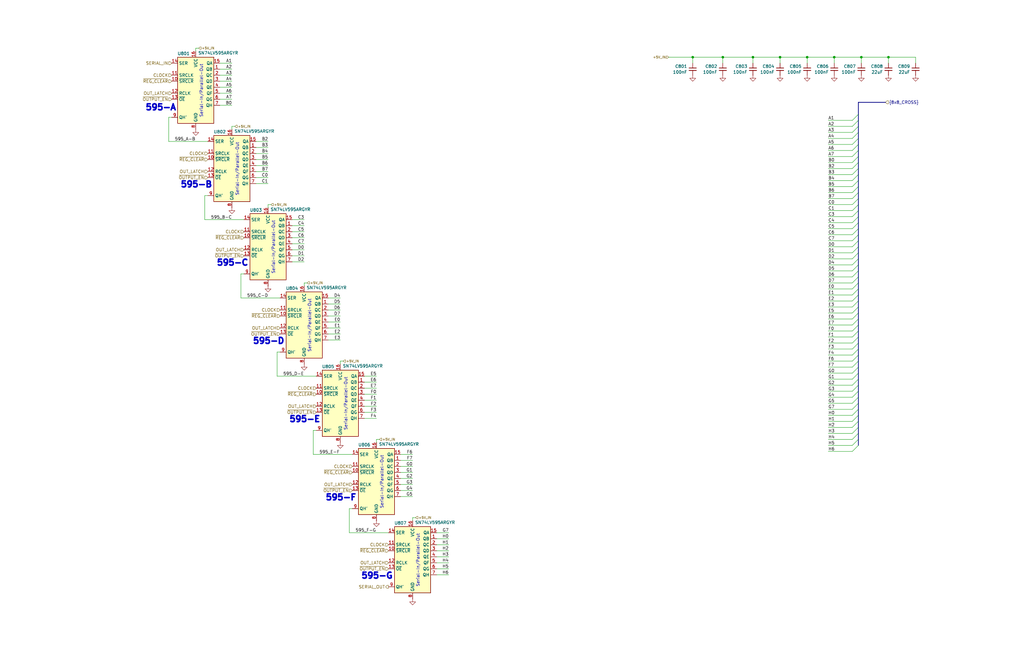
<source format=kicad_sch>
(kicad_sch (version 20250114) (generator "eeschema") (generator_version "9.0")
  (paper "B")
  (lib_symbols
    (symbol "74HC595_1"
      (property "Reference" "U110" (at -1.27 16.51 0))
      (property "Value" "SN74LV595ARGYR" (at -1.27 14.0857 0))
      (symbol "74HC595_1_1_0"
        (pin input line (at -10.16 10.16 0) (length 2.54) (name "SER") (number "14"))
        (pin input line (at -10.16 5.08 0) (length 2.54) (name "SRCLK") (number "11"))
        (pin input line (at -10.16 2.54 0) (length 2.54) (name "~{SRCLR}") (number "10"))
        (pin input line (at -10.16 -2.54 0) (length 2.54) (name "RCLK") (number "12"))
        (pin input line (at -10.16 -5.08 0) (length 2.54) (name "~{OE}") (number "13"))
        (pin output line (at -10.16 -12.7 0) (length 2.54) (name "QH'") (number "9"))
        (pin power_in line (at 0 15.24 270) (length 2.54) (name "VCC") (number "16"))
        (pin power_in line (at 0 -17.78 90) (length 2.54) (name "GND") (number "8"))
        (pin tri_state line (at 10.16 10.16 180) (length 2.54) (name "QA") (number "15"))
        (pin tri_state line (at 10.16 7.62 180) (length 2.54) (name "QB") (number "1"))
        (pin tri_state line (at 10.16 5.08 180) (length 2.54) (name "QC") (number "2"))
        (pin tri_state line (at 10.16 2.54 180) (length 2.54) (name "QD") (number "3"))
        (pin tri_state line (at 10.16 0 180) (length 2.54) (name "QE") (number "4"))
        (pin tri_state line (at 10.16 -2.54 180) (length 2.54) (name "QF") (number "5"))
        (pin tri_state line (at 10.16 -5.08 180) (length 2.54) (name "QG") (number "6"))
        (pin tri_state line (at 10.16 -7.62 180) (length 2.54) (name "QH") (number "7"))
      )
      (symbol "74HC595_1_1_1"
        (rectangle (start -7.62 12.7) (end 7.62 -15.24) (stroke (width 0.254)) (fill (type background)))
      )
    )
    (symbol "Device:C_Small" (pin_numbers (hide yes)) (pin_names (offset 0.254) (hide yes))
      (property "Reference" "C" (at 0.254 1.778 0))
      (property "Value" "C_Small" (at 0.254 -2.032 0))
      (symbol "C_Small_0_1"
        (polyline (pts (xy -1.524 0.508) (xy 1.524 0.508)) (stroke (width 0.3048)))
        (polyline (pts (xy -1.524 -0.508) (xy 1.524 -0.508)) (stroke (width 0.3302)))
      )
      (symbol "C_Small_1_1"
        (pin passive line (at 0 2.54 270) (length 2.032) (name "~") (number "1"))
        (pin passive line (at 0 -2.54 90) (length 2.032) (name "~") (number "2"))
      )
    )
    (symbol "power:GND" (power) (pin_numbers (hide yes)) (pin_names (offset 0) (hide yes))
      (property "Value" "GND" (at 0 -3.81 0))
      (symbol "GND_0_1"
        (polyline (pts (xy 0 0) (xy 0 -1.27) (xy 1.27 -1.27) (xy 0 -2.54) (xy -1.27 -1.27) (xy 0 -1.27)))
      )
      (symbol "GND_1_1"
        (pin power_in line (at 0 0 270) (length 0) (name "~") (number "1"))
      )
    )
  )
  (text "Serial-In/Parallel-Out" (at 84.9383 38.354 90) (effects (font (size 1.27 1.27))))
  (text "595-G" (at 159.004 243.078 0) (effects (font (size 2.54 2.54) (thickness 1.016) (bold yes))))
  (text "Serial-In/Parallel-Out" (at 161.036 203.454 90) (effects (font (size 1.27 1.27))))
  (text "595-F" (at 143.764 210.058 0) (effects (font (size 2.54 2.54) (thickness 1.016) (bold yes))))
  (text "Serial-In/Parallel-Out" (at 115.316 104.394 90) (effects (font (size 1.27 1.27))))
  (text "595-B" (at 82.804 77.978 0) (effects (font (size 2.54 2.54) (thickness 1.016) (bold yes))))
  (text "595-C" (at 98.044 110.998 0) (effects (font (size 2.54 2.54) (thickness 1.016) (bold yes))))
  (text "Serial-In/Parallel-Out" (at 130.556 137.414 90) (effects (font (size 1.27 1.27))))
  (text "595-D" (at 113.284 144.018 0) (effects (font (size 2.54 2.54) (thickness 1.016) (bold yes))))
  (text "595-A" (at 67.818 45.466 0) (effects (font (size 2.54 2.54) (thickness 1.016) (bold yes))))
  (text "595-E" (at 128.524 177.038 0) (effects (font (size 2.54 2.54) (thickness 1.016) (bold yes))))
  (text "Serial-In/Parallel-Out" (at 176.276 236.474 90) (effects (font (size 1.27 1.27))))
  (text "Serial-In/Parallel-Out" (at 145.796 170.434 90) (effects (font (size 1.27 1.27))))
  (text "Serial-In/Parallel-Out" (at 100.076 71.374 90) (effects (font (size 1.27 1.27))))
  (junction (at 363.22 24.13))
  (junction (at 374.65 24.13))
  (junction (at 292.1 24.13))
  (junction (at 304.8 24.13))
  (junction (at 351.79 24.13))
  (junction (at 328.93 24.13))
  (junction (at 340.36 24.13))
  (junction (at 317.5 24.13))
  (bus_entry (at 361.95 114.3) (size -2.54 2.54))
  (bus_entry (at 361.95 88.9) (size -2.54 2.54))
  (bus_entry (at 361.95 81.28) (size -2.54 2.54))
  (bus_entry (at 361.95 53.34) (size -2.54 2.54))
  (bus_entry (at 361.95 152.4) (size -2.54 2.54))
  (bus_entry (at 361.95 106.68) (size -2.54 2.54))
  (bus_entry (at 361.95 167.64) (size -2.54 2.54))
  (bus_entry (at 361.95 129.54) (size -2.54 2.54))
  (bus_entry (at 361.95 93.98) (size -2.54 2.54))
  (bus_entry (at 361.95 124.46) (size -2.54 2.54))
  (bus_entry (at 361.95 175.26) (size -2.54 2.54))
  (bus_entry (at 361.95 99.06) (size -2.54 2.54))
  (bus_entry (at 361.95 170.18) (size -2.54 2.54))
  (bus_entry (at 361.95 109.22) (size -2.54 2.54))
  (bus_entry (at 361.95 121.92) (size -2.54 2.54))
  (bus_entry (at 361.95 86.36) (size -2.54 2.54))
  (bus_entry (at 361.95 119.38) (size -2.54 2.54))
  (bus_entry (at 361.95 58.42) (size -2.54 2.54))
  (bus_entry (at 361.95 68.58) (size -2.54 2.54))
  (bus_entry (at 361.95 60.96) (size -2.54 2.54))
  (bus_entry (at 361.95 187.96) (size -2.54 2.54))
  (bus_entry (at 361.95 63.5) (size -2.54 2.54))
  (bus_entry (at 361.95 162.56) (size -2.54 2.54))
  (bus_entry (at 361.95 149.86) (size -2.54 2.54))
  (bus_entry (at 361.95 182.88) (size -2.54 2.54))
  (bus_entry (at 361.95 96.52) (size -2.54 2.54))
  (bus_entry (at 361.95 180.34) (size -2.54 2.54))
  (bus_entry (at 361.95 185.42) (size -2.54 2.54))
  (bus_entry (at 361.95 139.7) (size -2.54 2.54))
  (bus_entry (at 361.95 101.6) (size -2.54 2.54))
  (bus_entry (at 361.95 66.04) (size -2.54 2.54))
  (bus_entry (at 361.95 76.2) (size -2.54 2.54))
  (bus_entry (at 361.95 160.02) (size -2.54 2.54))
  (bus_entry (at 361.95 91.44) (size -2.54 2.54))
  (bus_entry (at 361.95 147.32) (size -2.54 2.54))
  (bus_entry (at 361.95 142.24) (size -2.54 2.54))
  (bus_entry (at 361.95 78.74) (size -2.54 2.54))
  (bus_entry (at 361.95 144.78) (size -2.54 2.54))
  (bus_entry (at 361.95 71.12) (size -2.54 2.54))
  (bus_entry (at 361.95 177.8) (size -2.54 2.54))
  (bus_entry (at 361.95 83.82) (size -2.54 2.54))
  (bus_entry (at 361.95 127) (size -2.54 2.54))
  (bus_entry (at 361.95 111.76) (size -2.54 2.54))
  (bus_entry (at 361.95 73.66) (size -2.54 2.54))
  (bus_entry (at 361.95 116.84) (size -2.54 2.54))
  (bus_entry (at 361.95 134.62) (size -2.54 2.54))
  (bus_entry (at 361.95 157.48) (size -2.54 2.54))
  (bus_entry (at 361.95 104.14) (size -2.54 2.54))
  (bus_entry (at 361.95 165.1) (size -2.54 2.54))
  (bus_entry (at 361.95 132.08) (size -2.54 2.54))
  (bus_entry (at 361.95 172.72) (size -2.54 2.54))
  (bus_entry (at 361.95 48.26) (size -2.54 2.54))
  (bus_entry (at 361.95 137.16) (size -2.54 2.54))
  (bus_entry (at 361.95 55.88) (size -2.54 2.54))
  (bus_entry (at 361.95 50.8) (size -2.54 2.54))
  (bus_entry (at 361.95 154.94) (size -2.54 2.54))
  (wire (pts (xy 82.55 20.32) (xy 82.55 21.59)))
  (wire (pts (xy 113.03 86.36) (xy 113.03 87.63)))
  (bus (pts (xy 361.95 99.06) (xy 361.95 101.6)))
  (wire (pts (xy 143.51 143.51) (xy 138.43 143.51)))
  (wire (pts (xy 113.03 59.69) (xy 107.95 59.69)))
  (bus (pts (xy 361.95 175.26) (xy 361.95 177.8)))
  (wire (pts (xy 349.25 86.36) (xy 359.41 86.36)))
  (wire (pts (xy 128.27 110.49) (xy 123.19 110.49)))
  (wire (pts (xy 128.27 95.25) (xy 123.19 95.25)))
  (bus (pts (xy 361.95 144.78) (xy 361.95 147.32)))
  (wire (pts (xy 349.25 124.46) (xy 359.41 124.46)))
  (bus (pts (xy 361.95 154.94) (xy 361.95 157.48)))
  (bus (pts (xy 361.95 93.98) (xy 361.95 96.52)))
  (wire (pts (xy 143.51 125.73) (xy 138.43 125.73)))
  (wire (pts (xy 349.25 162.56) (xy 359.41 162.56)))
  (wire (pts (xy 349.25 101.6) (xy 359.41 101.6)))
  (wire (pts (xy 143.51 135.89) (xy 138.43 135.89)))
  (bus (pts (xy 361.95 78.74) (xy 361.95 81.28)))
  (wire (pts (xy 349.25 147.32) (xy 359.41 147.32)))
  (wire (pts (xy 304.8 24.13) (xy 317.5 24.13)))
  (bus (pts (xy 361.95 170.18) (xy 361.95 172.72)))
  (wire (pts (xy 349.25 55.88) (xy 359.41 55.88)))
  (wire (pts (xy 97.79 36.83) (xy 92.71 36.83)))
  (wire (pts (xy 349.25 81.28) (xy 359.41 81.28)))
  (bus (pts (xy 361.95 157.48) (xy 361.95 160.02)))
  (wire (pts (xy 340.36 26.67) (xy 340.36 24.13)))
  (wire (pts (xy 349.25 63.5) (xy 359.41 63.5)))
  (wire (pts (xy 328.93 24.13) (xy 340.36 24.13)))
  (bus (pts (xy 361.95 172.72) (xy 361.95 175.26)))
  (bus (pts (xy 361.95 142.24) (xy 361.95 144.78)))
  (wire (pts (xy 114.3 86.36) (xy 113.03 86.36)))
  (bus (pts (xy 361.95 182.88) (xy 361.95 185.42)))
  (wire (pts (xy 97.79 44.45) (xy 92.71 44.45)))
  (wire (pts (xy 349.25 180.34) (xy 359.41 180.34)))
  (wire (pts (xy 349.25 78.74) (xy 359.41 78.74)))
  (wire (pts (xy 349.25 160.02) (xy 359.41 160.02)))
  (wire (pts (xy 349.25 152.4) (xy 359.41 152.4)))
  (wire (pts (xy 128.27 105.41) (xy 123.19 105.41)))
  (wire (pts (xy 349.25 91.44) (xy 359.41 91.44)))
  (wire (pts (xy 317.5 24.13) (xy 317.5 26.67)))
  (wire (pts (xy 281.94 24.13) (xy 292.1 24.13)))
  (wire (pts (xy 189.23 224.79) (xy 184.15 224.79)))
  (bus (pts (xy 361.95 167.64) (xy 361.95 170.18)))
  (wire (pts (xy 163.83 224.79) (xy 147.32 224.79)))
  (wire (pts (xy 349.25 106.68) (xy 359.41 106.68)))
  (wire (pts (xy 147.32 214.63) (xy 148.59 214.63)))
  (wire (pts (xy 349.25 170.18) (xy 359.41 170.18)))
  (bus (pts (xy 361.95 147.32) (xy 361.95 149.86)))
  (wire (pts (xy 349.25 132.08) (xy 359.41 132.08)))
  (wire (pts (xy 175.26 218.44) (xy 173.99 218.44)))
  (wire (pts (xy 144.78 152.4) (xy 143.51 152.4)))
  (wire (pts (xy 349.25 119.38) (xy 359.41 119.38)))
  (wire (pts (xy 82.55 20.32) (xy 83.82 20.32)))
  (wire (pts (xy 349.25 142.24) (xy 359.41 142.24)))
  (wire (pts (xy 101.6 115.57) (xy 102.87 115.57)))
  (wire (pts (xy 349.25 88.9) (xy 359.41 88.9)))
  (wire (pts (xy 158.75 168.91) (xy 153.67 168.91)))
  (wire (pts (xy 349.25 99.06) (xy 359.41 99.06)))
  (wire (pts (xy 349.25 154.94) (xy 359.41 154.94)))
  (wire (pts (xy 173.99 209.55) (xy 168.91 209.55)))
  (bus (pts (xy 361.95 111.76) (xy 361.95 114.3)))
  (wire (pts (xy 349.25 71.12) (xy 359.41 71.12)))
  (wire (pts (xy 349.25 121.92) (xy 359.41 121.92)))
  (bus (pts (xy 361.95 124.46) (xy 361.95 127)))
  (wire (pts (xy 349.25 165.1) (xy 359.41 165.1)))
  (wire (pts (xy 158.75 171.45) (xy 153.67 171.45)))
  (wire (pts (xy 349.25 93.98) (xy 359.41 93.98)))
  (wire (pts (xy 173.99 207.01) (xy 168.91 207.01)))
  (bus (pts (xy 361.95 63.5) (xy 361.95 66.04)))
  (wire (pts (xy 351.79 24.13) (xy 351.79 26.67)))
  (wire (pts (xy 113.03 67.31) (xy 107.95 67.31)))
  (bus (pts (xy 361.95 50.8) (xy 361.95 53.34)))
  (wire (pts (xy 363.22 24.13) (xy 363.22 26.67)))
  (wire (pts (xy 349.25 187.96) (xy 359.41 187.96)))
  (bus (pts (xy 361.95 119.38) (xy 361.95 121.92)))
  (wire (pts (xy 349.25 182.88) (xy 359.41 182.88)))
  (wire (pts (xy 128.27 119.38) (xy 128.27 120.65)))
  (wire (pts (xy 97.79 31.75) (xy 92.71 31.75)))
  (bus (pts (xy 361.95 101.6) (xy 361.95 104.14)))
  (wire (pts (xy 173.99 194.31) (xy 168.91 194.31)))
  (wire (pts (xy 116.84 148.59) (xy 118.11 148.59)))
  (wire (pts (xy 189.23 232.41) (xy 184.15 232.41)))
  (wire (pts (xy 349.25 66.04) (xy 359.41 66.04)))
  (bus (pts (xy 361.95 96.52) (xy 361.95 99.06)))
  (wire (pts (xy 158.75 163.83) (xy 153.67 163.83)))
  (bus (pts (xy 361.95 68.58) (xy 361.95 71.12)))
  (wire (pts (xy 363.22 24.13) (xy 374.65 24.13)))
  (wire (pts (xy 118.11 125.73) (xy 101.6 125.73)))
  (wire (pts (xy 173.99 218.44) (xy 173.99 219.71)))
  (wire (pts (xy 133.35 158.75) (xy 116.84 158.75)))
  (bus (pts (xy 361.95 162.56) (xy 361.95 165.1)))
  (wire (pts (xy 349.25 114.3) (xy 359.41 114.3)))
  (bus (pts (xy 361.95 53.34) (xy 361.95 55.88)))
  (wire (pts (xy 132.08 181.61) (xy 133.35 181.61)))
  (wire (pts (xy 116.84 158.75) (xy 116.84 148.59)))
  (wire (pts (xy 374.65 24.13) (xy 374.65 26.67)))
  (bus (pts (xy 361.95 60.96) (xy 361.95 63.5)))
  (wire (pts (xy 349.25 139.7) (xy 359.41 139.7)))
  (bus (pts (xy 361.95 116.84) (xy 361.95 119.38)))
  (bus (pts (xy 361.95 137.16) (xy 361.95 139.7)))
  (wire (pts (xy 113.03 69.85) (xy 107.95 69.85)))
  (wire (pts (xy 113.03 72.39) (xy 107.95 72.39)))
  (bus (pts (xy 361.95 81.28) (xy 361.95 83.82)))
  (bus (pts (xy 361.95 127) (xy 361.95 129.54)))
  (wire (pts (xy 340.36 24.13) (xy 351.79 24.13)))
  (wire (pts (xy 158.75 161.29) (xy 153.67 161.29)))
  (wire (pts (xy 349.25 68.58) (xy 359.41 68.58)))
  (wire (pts (xy 328.93 24.13) (xy 328.93 26.67)))
  (wire (pts (xy 97.79 26.67) (xy 92.71 26.67)))
  (bus (pts (xy 361.95 149.86) (xy 361.95 152.4)))
  (wire (pts (xy 349.25 134.62) (xy 359.41 134.62)))
  (bus (pts (xy 361.95 66.04) (xy 361.95 68.58)))
  (wire (pts (xy 143.51 140.97) (xy 138.43 140.97)))
  (wire (pts (xy 143.51 138.43) (xy 138.43 138.43)))
  (bus (pts (xy 361.95 121.92) (xy 361.95 124.46)))
  (wire (pts (xy 349.25 111.76) (xy 359.41 111.76)))
  (wire (pts (xy 349.25 167.64) (xy 359.41 167.64)))
  (wire (pts (xy 143.51 133.35) (xy 138.43 133.35)))
  (bus (pts (xy 361.95 132.08) (xy 361.95 134.62)))
  (bus (pts (xy 361.95 48.26) (xy 361.95 43.18)))
  (bus (pts (xy 361.95 91.44) (xy 361.95 93.98)))
  (wire (pts (xy 128.27 97.79) (xy 123.19 97.79)))
  (wire (pts (xy 128.27 92.71) (xy 123.19 92.71)))
  (wire (pts (xy 189.23 227.33) (xy 184.15 227.33)))
  (wire (pts (xy 351.79 24.13) (xy 363.22 24.13)))
  (bus (pts (xy 361.95 86.36) (xy 361.95 88.9)))
  (wire (pts (xy 143.51 128.27) (xy 138.43 128.27)))
  (wire (pts (xy 101.6 125.73) (xy 101.6 115.57)))
  (bus (pts (xy 361.95 88.9) (xy 361.95 91.44)))
  (wire (pts (xy 128.27 102.87) (xy 123.19 102.87)))
  (wire (pts (xy 349.25 172.72) (xy 359.41 172.72)))
  (wire (pts (xy 317.5 24.13) (xy 328.93 24.13)))
  (wire (pts (xy 173.99 191.77) (xy 168.91 191.77)))
  (wire (pts (xy 158.75 158.75) (xy 153.67 158.75)))
  (wire (pts (xy 87.63 59.69) (xy 71.12 59.69)))
  (wire (pts (xy 349.25 157.48) (xy 359.41 157.48)))
  (bus (pts (xy 361.95 139.7) (xy 361.95 142.24)))
  (wire (pts (xy 102.87 92.71) (xy 86.36 92.71)))
  (bus (pts (xy 361.95 134.62) (xy 361.95 137.16)))
  (wire (pts (xy 71.12 59.69) (xy 71.12 49.53)))
  (bus (pts (xy 361.95 152.4) (xy 361.95 154.94)))
  (wire (pts (xy 97.79 39.37) (xy 92.71 39.37)))
  (wire (pts (xy 173.99 199.39) (xy 168.91 199.39)))
  (wire (pts (xy 143.51 152.4) (xy 143.51 153.67)))
  (wire (pts (xy 189.23 229.87) (xy 184.15 229.87)))
  (wire (pts (xy 173.99 196.85) (xy 168.91 196.85)))
  (wire (pts (xy 132.08 191.77) (xy 132.08 181.61)))
  (bus (pts (xy 361.95 165.1) (xy 361.95 167.64)))
  (wire (pts (xy 189.23 242.57) (xy 184.15 242.57)))
  (bus (pts (xy 361.95 48.26) (xy 361.95 50.8)))
  (wire (pts (xy 349.25 177.8) (xy 359.41 177.8)))
  (bus (pts (xy 361.95 109.22) (xy 361.95 111.76)))
  (wire (pts (xy 99.06 53.34) (xy 97.79 53.34)))
  (wire (pts (xy 113.03 74.93) (xy 107.95 74.93)))
  (bus (pts (xy 361.95 43.18) (xy 373.38 43.18)))
  (bus (pts (xy 361.95 104.14) (xy 361.95 106.68)))
  (wire (pts (xy 374.65 24.13) (xy 386.08 24.13)))
  (wire (pts (xy 160.02 185.42) (xy 158.75 185.42)))
  (wire (pts (xy 158.75 176.53) (xy 153.67 176.53)))
  (wire (pts (xy 148.59 191.77) (xy 132.08 191.77)))
  (wire (pts (xy 349.25 53.34) (xy 359.41 53.34)))
  (wire (pts (xy 349.25 73.66) (xy 359.41 73.66)))
  (wire (pts (xy 158.75 185.42) (xy 158.75 186.69)))
  (wire (pts (xy 189.23 234.95) (xy 184.15 234.95)))
  (wire (pts (xy 349.25 104.14) (xy 359.41 104.14)))
  (wire (pts (xy 349.25 116.84) (xy 359.41 116.84)))
  (wire (pts (xy 349.25 137.16) (xy 359.41 137.16)))
  (bus (pts (xy 361.95 76.2) (xy 361.95 78.74)))
  (bus (pts (xy 361.95 177.8) (xy 361.95 180.34)))
  (wire (pts (xy 349.25 58.42) (xy 359.41 58.42)))
  (wire (pts (xy 304.8 26.67) (xy 304.8 24.13)))
  (bus (pts (xy 361.95 58.42) (xy 361.95 60.96)))
  (wire (pts (xy 349.25 190.5) (xy 359.41 190.5)))
  (wire (pts (xy 129.54 119.38) (xy 128.27 119.38)))
  (bus (pts (xy 361.95 180.34) (xy 361.95 182.88)))
  (wire (pts (xy 143.51 130.81) (xy 138.43 130.81)))
  (wire (pts (xy 349.25 83.82) (xy 359.41 83.82)))
  (wire (pts (xy 349.25 50.8) (xy 359.41 50.8)))
  (wire (pts (xy 128.27 100.33) (xy 123.19 100.33)))
  (wire (pts (xy 349.25 185.42) (xy 359.41 185.42)))
  (wire (pts (xy 97.79 53.34) (xy 97.79 54.61)))
  (wire (pts (xy 349.25 175.26) (xy 359.41 175.26)))
  (wire (pts (xy 292.1 26.67) (xy 292.1 24.13)))
  (bus (pts (xy 361.95 71.12) (xy 361.95 73.66)))
  (bus (pts (xy 361.95 73.66) (xy 361.95 76.2)))
  (wire (pts (xy 158.75 173.99) (xy 153.67 173.99)))
  (wire (pts (xy 86.36 92.71) (xy 86.36 82.55)))
  (wire (pts (xy 71.12 49.53) (xy 72.39 49.53)))
  (wire (pts (xy 97.79 29.21) (xy 92.71 29.21)))
  (wire (pts (xy 97.79 34.29) (xy 92.71 34.29)))
  (wire (pts (xy 349.25 109.22) (xy 359.41 109.22)))
  (wire (pts (xy 292.1 24.13) (xy 304.8 24.13)))
  (wire (pts (xy 349.25 149.86) (xy 359.41 149.86)))
  (wire (pts (xy 128.27 107.95) (xy 123.19 107.95)))
  (wire (pts (xy 189.23 240.03) (xy 184.15 240.03)))
  (bus (pts (xy 361.95 83.82) (xy 361.95 86.36)))
  (wire (pts (xy 173.99 201.93) (xy 168.91 201.93)))
  (bus (pts (xy 361.95 160.02) (xy 361.95 162.56)))
  (wire (pts (xy 97.79 41.91) (xy 92.71 41.91)))
  (wire (pts (xy 349.25 127) (xy 359.41 127)))
  (wire (pts (xy 349.25 60.96) (xy 359.41 60.96)))
  (wire (pts (xy 113.03 77.47) (xy 107.95 77.47)))
  (wire (pts (xy 189.23 237.49) (xy 184.15 237.49)))
  (bus (pts (xy 361.95 106.68) (xy 361.95 109.22)))
  (wire (pts (xy 158.75 166.37) (xy 153.67 166.37)))
  (wire (pts (xy 173.99 204.47) (xy 168.91 204.47)))
  (wire (pts (xy 113.03 64.77) (xy 107.95 64.77)))
  (bus (pts (xy 361.95 129.54) (xy 361.95 132.08)))
  (wire (pts (xy 113.03 62.23) (xy 107.95 62.23)))
  (wire (pts (xy 349.25 129.54) (xy 359.41 129.54)))
  (bus (pts (xy 361.95 114.3) (xy 361.95 116.84)))
  (wire (pts (xy 349.25 96.52) (xy 359.41 96.52)))
  (wire (pts (xy 86.36 82.55) (xy 87.63 82.55)))
  (wire (pts (xy 349.25 76.2) (xy 359.41 76.2)))
  (wire (pts (xy 386.08 24.13) (xy 386.08 26.67)))
  (bus (pts (xy 361.95 185.42) (xy 361.95 187.96)))
  (wire (pts (xy 349.25 144.78) (xy 359.41 144.78)))
  (wire (pts (xy 147.32 224.79) (xy 147.32 214.63)))
  (bus (pts (xy 361.95 55.88) (xy 361.95 58.42)))
  (label "A1" (at 97.79 26.67 180))
  (label "D6" (at 349.25 116.84 0))
  (label "A7" (at 97.79 41.91 180))
  (label "C4" (at 128.27 95.25 180))
  (label "E1" (at 349.25 124.46 0))
  (label "B3" (at 349.25 73.66 0))
  (label "C6" (at 349.25 99.06 0))
  (label "H2" (at 349.25 180.34 0))
  (label "B4" (at 349.25 76.2 0))
  (label "G0" (at 173.99 196.85 180))
  (label "C6" (at 128.27 100.33 180))
  (label "C0" (at 349.25 86.36 0))
  (label "D2" (at 349.25 109.22 0))
  (label "F3" (at 158.75 173.99 180))
  (label "G0" (at 349.25 157.48 0))
  (label "F6" (at 349.25 152.4 0))
  (label "G2" (at 173.99 201.93 180))
  (label "H2" (at 189.23 232.41 180))
  (label "E6" (at 158.75 161.29 180))
  (label "G4" (at 349.25 167.64 0))
  (label "595_B-C" (at 88.9 92.71 0))
  (label "H6" (at 349.25 190.5 0))
  (label "D1" (at 349.25 106.68 0))
  (label "A7" (at 349.25 66.04 0))
  (label "C3" (at 349.25 91.44 0))
  (label "B5" (at 349.25 78.74 0))
  (label "H4" (at 349.25 185.42 0))
  (label "F2" (at 349.25 144.78 0))
  (label "A2" (at 97.79 29.21 180))
  (label "H5" (at 189.23 240.03 180))
  (label "G4" (at 173.99 207.01 180))
  (label "A2" (at 349.25 53.34 0))
  (label "A3" (at 97.79 31.75 180))
  (label "H1" (at 189.23 229.87 180))
  (label "E1" (at 143.51 138.43 180))
  (label "D7" (at 349.25 119.38 0))
  (label "E3" (at 143.51 143.51 180))
  (label "G5" (at 173.99 209.55 180))
  (label "F4" (at 349.25 149.86 0))
  (label "F1" (at 349.25 142.24 0))
  (label "A6" (at 97.79 39.37 180))
  (label "E0" (at 143.51 135.89 180))
  (label "B7" (at 113.03 72.39 180))
  (label "E0" (at 349.25 121.92 0))
  (label "D7" (at 143.51 133.35 180))
  (label "A4" (at 349.25 58.42 0))
  (label "D2" (at 128.27 110.49 180))
  (label "595_E-F" (at 134.62 191.77 0))
  (label "F6" (at 173.99 191.77 180))
  (label "H0" (at 189.23 227.33 180))
  (label "595_A-B" (at 73.66 59.69 0))
  (label "C3" (at 128.27 92.71 180))
  (label "B3" (at 113.03 62.23 180))
  (label "E5" (at 349.25 132.08 0))
  (label "H0" (at 349.25 175.26 0))
  (label "F3" (at 349.25 147.32 0))
  (label "C0" (at 113.03 74.93 180))
  (label "A5" (at 97.79 36.83 180))
  (label "C5" (at 349.25 96.52 0))
  (label "E3" (at 349.25 129.54 0))
  (label "F0" (at 349.25 139.7 0))
  (label "G1" (at 349.25 160.02 0))
  (label "E5" (at 158.75 158.75 180))
  (label "B2" (at 349.25 71.12 0))
  (label "F1" (at 158.75 168.91 180))
  (label "D0" (at 128.27 105.41 180))
  (label "B5" (at 113.03 67.31 180))
  (label "E2" (at 349.25 127 0))
  (label "H3" (at 349.25 182.88 0))
  (label "G7" (at 189.23 224.79 180))
  (label "B2" (at 113.03 59.69 180))
  (label "B6" (at 349.25 81.28 0))
  (label "F4" (at 158.75 176.53 180))
  (label "G3" (at 349.25 165.1 0))
  (label "D5" (at 143.51 128.27 180))
  (label "595_C-D" (at 104.14 125.73 0))
  (label "B7" (at 349.25 83.82 0))
  (label "G1" (at 173.99 199.39 180))
  (label "595_D-E" (at 119.38 158.75 0))
  (label "F0" (at 158.75 166.37 180))
  (label "F7" (at 173.99 194.31 180))
  (label "H1" (at 349.25 177.8 0))
  (label "G3" (at 173.99 204.47 180))
  (label "E7" (at 349.25 137.16 0))
  (label "D0" (at 349.25 104.14 0))
  (label "D4" (at 349.25 111.76 0))
  (label "595_F-G" (at 149.86 224.79 0))
  (label "D1" (at 128.27 107.95 180))
  (label "A3" (at 349.25 55.88 0))
  (label "A1" (at 349.25 50.8 0))
  (label "C1" (at 113.03 77.47 180))
  (label "B0" (at 97.79 44.45 180))
  (label "D5" (at 349.25 114.3 0))
  (label "A6" (at 349.25 63.5 0))
  (label "G7" (at 349.25 172.72 0))
  (label "A5" (at 349.25 60.96 0))
  (label "B0" (at 349.25 68.58 0))
  (label "A4" (at 97.79 34.29 180))
  (label "B4" (at 113.03 64.77 180))
  (label "H5" (at 349.25 187.96 0))
  (label "F7" (at 349.25 154.94 0))
  (label "B6" (at 113.03 69.85 180))
  (label "E7" (at 158.75 163.83 180))
  (label "C1" (at 349.25 88.9 0))
  (label "E6" (at 349.25 134.62 0))
  (label "C7" (at 128.27 102.87 180))
  (label "D6" (at 143.51 130.81 180))
  (label "D4" (at 143.51 125.73 180))
  (label "H6" (at 189.23 242.57 180))
  (label "G2" (at 349.25 162.56 0))
  (label "G5" (at 349.25 170.18 0))
  (label "E2" (at 143.51 140.97 180))
  (label "C7" (at 349.25 101.6 0))
  (label "C5" (at 128.27 97.79 180))
  (label "H4" (at 189.23 237.49 180))
  (label "F2" (at 158.75 171.45 180))
  (label "C4" (at 349.25 93.98 0))
  (label "H3" (at 189.23 234.95 180))
  (hierarchical_label "+5V_IN" (shape input) (at 160.02 185.42 0) (effects (font (size 1 1))))
  (hierarchical_label "SERIAL_OUT" (shape output) (at 163.83 247.65 180))
  (hierarchical_label "~{OUTPUT_EN}" (shape input) (at 163.83 240.03 180))
  (hierarchical_label "~{REG_CLEAR}" (shape input) (at 102.87 100.33 180))
  (hierarchical_label "OUT_LATCH" (shape input) (at 148.59 204.47 180))
  (hierarchical_label "{8x8_CROSS}" (shape input) (at 373.38 43.18 0))
  (hierarchical_label "OUT_LATCH" (shape input) (at 102.87 105.41 180))
  (hierarchical_label "+5V_IN" (shape input) (at 114.3 86.36 0) (effects (font (size 1 1))))
  (hierarchical_label "CLOCK" (shape input) (at 163.83 229.87 180))
  (hierarchical_label "~{REG_CLEAR}" (shape input) (at 148.59 199.39 180))
  (hierarchical_label "~{OUTPUT_EN}" (shape input) (at 87.63 74.93 180))
  (hierarchical_label "OUT_LATCH" (shape input) (at 87.63 72.39 180))
  (hierarchical_label "~{OUTPUT_EN}" (shape input) (at 72.39 41.91 180))
  (hierarchical_label "~{OUTPUT_EN}" (shape input) (at 102.87 107.95 180))
  (hierarchical_label "CLOCK" (shape input) (at 87.63 64.77 180))
  (hierarchical_label "OUT_LATCH" (shape input) (at 133.35 171.45 180))
  (hierarchical_label "+5V_IN" (shape input) (at 175.26 218.44 0) (effects (font (size 1 1))))
  (hierarchical_label "SERIAL_IN" (shape input) (at 72.39 26.67 180))
  (hierarchical_label "~{REG_CLEAR}" (shape input) (at 72.39 34.29 180))
  (hierarchical_label "+5V_IN" (shape input) (at 144.78 152.4 0) (effects (font (size 1 1))))
  (hierarchical_label "~{REG_CLEAR}" (shape input) (at 163.83 232.41 180))
  (hierarchical_label "~{REG_CLEAR}" (shape input) (at 118.11 133.35 180))
  (hierarchical_label "CLOCK" (shape input) (at 118.11 130.81 180))
  (hierarchical_label "CLOCK" (shape input) (at 148.59 196.85 180))
  (hierarchical_label "CLOCK" (shape input) (at 133.35 163.83 180))
  (hierarchical_label "OUT_LATCH" (shape input) (at 163.83 237.49 180))
  (hierarchical_label "CLOCK" (shape input) (at 102.87 97.79 180))
  (hierarchical_label "~{OUTPUT_EN}" (shape input) (at 133.35 173.99 180))
  (hierarchical_label "CLOCK" (shape input) (at 72.39 31.75 180))
  (hierarchical_label "+5V_IN" (shape input) (at 99.06 53.34 0) (effects (font (size 1 1))))
  (hierarchical_label "+5V_IN" (shape input) (at 281.94 24.13 180) (effects (font (size 1 1))))
  (hierarchical_label "+5V_IN" (shape input) (at 129.54 119.38 0) (effects (font (size 1 1))))
  (hierarchical_label "~{OUTPUT_EN}" (shape input) (at 118.11 140.97 180))
  (hierarchical_label "~{OUTPUT_EN}" (shape input) (at 148.59 207.01 180))
  (hierarchical_label "+5V_IN" (shape input) (at 83.82 20.32 0) (effects (font (size 1 1))))
  (hierarchical_label "OUT_LATCH" (shape input) (at 72.39 39.37 180))
  (hierarchical_label "~{REG_CLEAR}" (shape input) (at 133.35 166.37 180))
  (hierarchical_label "OUT_LATCH" (shape input) (at 118.11 138.43 180))
  (hierarchical_label "~{REG_CLEAR}" (shape input) (at 87.63 67.31 180))
  (symbol (lib_id "Device:C_Small") (at 386.08 29.21 0) (unit 1)
    (property "Reference" "C809" (at 383.7559 28.0041 0) (effects (justify right)))
    (property "Value" "22uF" (at 383.7559 30.4284 0) (effects (justify right)))
    (property "Footprint" "Capacitor_SMD:C_0603_1608Metric" (effects (hide yes)))
    (property "Description" "Unpolarized capacitor, small symbol" (effects (hide yes)))
  )
  (symbol (lib_id "Device:C_Small") (at 351.79 29.21 0) (mirror y) (unit 1)
    (property "Reference" "C806" (at 349.4659 28.0041 0) (effects (justify left)))
    (property "Value" "100nF" (at 349.4659 30.4284 0) (effects (justify left)))
    (property "Footprint" "Capacitor_SMD:C_0402_1005Metric" (effects (hide yes)))
    (property "Description" "Unpolarized capacitor, small symbol" (effects (hide yes)))
  )
  (symbol (lib_id "power:GND") (at 173.99 252.73 0) (unit 1)
    (property "Reference" "#PWR0807" (effects (hide yes)))
    (property "Value" "GND" (effects (hide yes)))
    (property "Description" "Power symbol creates a global label with name \"GND\" , ground" (effects (hide yes)))
  )
  (symbol (lib_id "power:GND") (at 292.1 31.75 0) (mirror y) (unit 1)
    (property "Reference" "#PWR0808" (effects (hide yes)))
    (property "Value" "GND" (effects (hide yes)))
    (property "Description" "Power symbol creates a global label with name \"GND\" , ground" (effects (hide yes)))
  )
  (symbol (lib_name "74HC595_1") (lib_id "74xx:74HC595") (at 128.27 135.89 0) (unit 1)
    (property "Reference" "U804" (at 125.73 121.666 0) (effects (justify right)))
    (property "Value" "SN74LV595ARGYR" (at 129.286 121.412 0) (effects (justify left)))
    (property "Footprint" "Libraries:RGY16_2P55X2P05" (effects (hide yes)))
    (property "Datasheet" "https://www.ti.com/lit/ds/symlink/sn74hc595.pdf" (effects (hide yes)))
    (property "Description" "8-bit serial in/out Shift Register 3-State Outputs" (effects (hide yes)))
    (property "DigiKey" "https://www.digikey.com/en/products/detail/texas-instruments/SN74LV595ARGYR/521526" (effects (hide yes)))
  )
  (symbol (lib_id "power:GND") (at 328.93 31.75 0) (mirror y) (unit 1)
    (property "Reference" "#PWR0811" (effects (hide yes)))
    (property "Value" "GND" (effects (hide yes)))
    (property "Description" "Power symbol creates a global label with name \"GND\" , ground" (effects (hide yes)))
  )
  (symbol (lib_id "power:GND") (at 113.03 120.65 0) (unit 1)
    (property "Reference" "#PWR0803" (effects (hide yes)))
    (property "Value" "GND" (effects (hide yes)))
    (property "Description" "Power symbol creates a global label with name \"GND\" , ground" (effects (hide yes)))
  )
  (symbol (lib_id "power:GND") (at 82.55 54.61 0) (unit 1)
    (property "Reference" "#PWR0801" (effects (hide yes)))
    (property "Value" "GND" (effects (hide yes)))
    (property "Description" "Power symbol creates a global label with name \"GND\" , ground" (effects (hide yes)))
  )
  (symbol (lib_id "power:GND") (at 143.51 186.69 0) (unit 1)
    (property "Reference" "#PWR0805" (effects (hide yes)))
    (property "Value" "GND" (effects (hide yes)))
    (property "Description" "Power symbol creates a global label with name \"GND\" , ground" (effects (hide yes)))
  )
  (symbol (lib_id "power:GND") (at 386.08 31.75 0) (unit 1)
    (property "Reference" "#PWR0816" (effects (hide yes)))
    (property "Value" "GND" (effects (hide yes)))
    (property "Description" "Power symbol creates a global label with name \"GND\" , ground" (effects (hide yes)))
  )
  (symbol (lib_id "Device:C_Small") (at 328.93 29.21 0) (mirror y) (unit 1)
    (property "Reference" "C804" (at 326.6059 28.0041 0) (effects (justify left)))
    (property "Value" "100nF" (at 326.6059 30.4284 0) (effects (justify left)))
    (property "Footprint" "Capacitor_SMD:C_0402_1005Metric" (effects (hide yes)))
    (property "Description" "Unpolarized capacitor, small symbol" (effects (hide yes)))
  )
  (symbol (lib_id "power:GND") (at 317.5 31.75 0) (mirror y) (unit 1)
    (property "Reference" "#PWR0810" (effects (hide yes)))
    (property "Value" "GND" (effects (hide yes)))
    (property "Description" "Power symbol creates a global label with name \"GND\" , ground" (effects (hide yes)))
  )
  (symbol (lib_id "power:GND") (at 363.22 31.75 0) (mirror y) (unit 1)
    (property "Reference" "#PWR0814" (effects (hide yes)))
    (property "Value" "GND" (effects (hide yes)))
    (property "Description" "Power symbol creates a global label with name \"GND\" , ground" (effects (hide yes)))
  )
  (symbol (lib_id "power:GND") (at 374.65 31.75 0) (unit 1)
    (property "Reference" "#PWR0815" (effects (hide yes)))
    (property "Value" "GND" (effects (hide yes)))
    (property "Description" "Power symbol creates a global label with name \"GND\" , ground" (effects (hide yes)))
  )
  (symbol (lib_id "power:GND") (at 97.79 87.63 0) (unit 1)
    (property "Reference" "#PWR0802" (effects (hide yes)))
    (property "Value" "GND" (effects (hide yes)))
    (property "Description" "Power symbol creates a global label with name \"GND\" , ground" (effects (hide yes)))
  )
  (symbol (lib_id "Device:C_Small") (at 340.36 29.21 0) (mirror y) (unit 1)
    (property "Reference" "C805" (at 338.0359 28.0041 0) (effects (justify left)))
    (property "Value" "100nF" (at 338.0359 30.4284 0) (effects (justify left)))
    (property "Footprint" "Capacitor_SMD:C_0402_1005Metric" (effects (hide yes)))
    (property "Description" "Unpolarized capacitor, small symbol" (effects (hide yes)))
  )
  (symbol (lib_id "power:GND") (at 158.75 219.71 0) (unit 1)
    (property "Reference" "#PWR0806" (effects (hide yes)))
    (property "Value" "GND" (effects (hide yes)))
    (property "Description" "Power symbol creates a global label with name \"GND\" , ground" (effects (hide yes)))
  )
  (symbol (lib_id "Device:C_Small") (at 363.22 29.21 0) (mirror y) (unit 1)
    (property "Reference" "C807" (at 360.8959 28.0041 0) (effects (justify left)))
    (property "Value" "100nF" (at 360.8959 30.4284 0) (effects (justify left)))
    (property "Footprint" "Capacitor_SMD:C_0402_1005Metric" (effects (hide yes)))
    (property "Description" "Unpolarized capacitor, small symbol" (effects (hide yes)))
  )
  (symbol (lib_name "74HC595_1") (lib_id "74xx:74HC595") (at 158.75 201.93 0) (unit 1)
    (property "Reference" "U806" (at 156.21 187.706 0) (effects (justify right)))
    (property "Value" "SN74LV595ARGYR" (at 159.766 187.452 0) (effects (justify left)))
    (property "Footprint" "Libraries:RGY16_2P55X2P05" (effects (hide yes)))
    (property "Datasheet" "https://www.ti.com/lit/ds/symlink/sn74hc595.pdf" (effects (hide yes)))
    (property "Description" "8-bit serial in/out Shift Register 3-State Outputs" (effects (hide yes)))
    (property "DigiKey" "https://www.digikey.com/en/products/detail/texas-instruments/SN74LV595ARGYR/521526" (effects (hide yes)))
  )
  (symbol (lib_id "Device:C_Small") (at 292.1 29.21 0) (mirror y) (unit 1)
    (property "Reference" "C801" (at 289.7759 28.0041 0) (effects (justify left)))
    (property "Value" "100nF" (at 289.7759 30.4284 0) (effects (justify left)))
    (property "Footprint" "Capacitor_SMD:C_0402_1005Metric" (effects (hide yes)))
    (property "Description" "Unpolarized capacitor, small symbol" (effects (hide yes)))
  )
  (symbol (lib_name "74HC595_1") (lib_id "74xx:74HC595") (at 97.79 69.85 0) (unit 1)
    (property "Reference" "U802" (at 95.25 55.626 0) (effects (justify right)))
    (property "Value" "SN74LV595ARGYR" (at 98.806 55.372 0) (effects (justify left)))
    (property "Footprint" "Libraries:RGY16_2P55X2P05" (effects (hide yes)))
    (property "Datasheet" "https://www.ti.com/lit/ds/symlink/sn74hc595.pdf" (effects (hide yes)))
    (property "Description" "8-bit serial in/out Shift Register 3-State Outputs" (effects (hide yes)))
    (property "DigiKey" "https://www.digikey.com/en/products/detail/texas-instruments/SN74LV595ARGYR/521526" (effects (hide yes)))
  )
  (symbol (lib_name "74HC595_1") (lib_id "74xx:74HC595") (at 113.03 102.87 0) (unit 1)
    (property "Reference" "U803" (at 110.49 88.646 0) (effects (justify right)))
    (property "Value" "SN74LV595ARGYR" (at 114.046 88.392 0) (effects (justify left)))
    (property "Footprint" "Libraries:RGY16_2P55X2P05" (effects (hide yes)))
    (property "Datasheet" "https://www.ti.com/lit/ds/symlink/sn74hc595.pdf" (effects (hide yes)))
    (property "Description" "8-bit serial in/out Shift Register 3-State Outputs" (effects (hide yes)))
    (property "DigiKey" "https://www.digikey.com/en/products/detail/texas-instruments/SN74LV595ARGYR/521526" (effects (hide yes)))
  )
  (symbol (lib_id "power:GND") (at 304.8 31.75 0) (mirror y) (unit 1)
    (property "Reference" "#PWR0809" (effects (hide yes)))
    (property "Value" "GND" (effects (hide yes)))
    (property "Description" "Power symbol creates a global label with name \"GND\" , ground" (effects (hide yes)))
  )
  (symbol (lib_name "74HC595_1") (lib_id "74xx:74HC595") (at 82.55 36.83 0) (unit 1)
    (property "Reference" "U801" (at 80.01 22.606 0) (effects (justify right)))
    (property "Value" "SN74LV595ARGYR" (at 83.566 22.352 0) (effects (justify left)))
    (property "Footprint" "Libraries:RGY16_2P55X2P05" (effects (hide yes)))
    (property "Datasheet" "https://www.ti.com/lit/ds/symlink/sn74hc595.pdf" (effects (hide yes)))
    (property "Description" "8-bit serial in/out Shift Register 3-State Outputs" (effects (hide yes)))
    (property "DigiKey" "https://www.digikey.com/en/products/detail/texas-instruments/SN74LV595ARGYR/521526" (effects (hide yes)))
  )
  (symbol (lib_name "74HC595_1") (lib_id "74xx:74HC595") (at 173.99 234.95 0) (unit 1)
    (property "Reference" "U807" (at 171.45 220.726 0) (effects (justify right)))
    (property "Value" "SN74LV595ARGYR" (at 175.006 220.472 0) (effects (justify left)))
    (property "Footprint" "Libraries:RGY16_2P55X2P05" (effects (hide yes)))
    (property "Datasheet" "https://www.ti.com/lit/ds/symlink/sn74hc595.pdf" (effects (hide yes)))
    (property "Description" "8-bit serial in/out Shift Register 3-State Outputs" (effects (hide yes)))
    (property "DigiKey" "https://www.digikey.com/en/products/detail/texas-instruments/SN74LV595ARGYR/521526" (effects (hide yes)))
  )
  (symbol (lib_id "Device:C_Small") (at 304.8 29.21 0) (mirror y) (unit 1)
    (property "Reference" "C802" (at 302.4759 28.0041 0) (effects (justify left)))
    (property "Value" "100nF" (at 302.4759 30.4284 0) (effects (justify left)))
    (property "Footprint" "Capacitor_SMD:C_0402_1005Metric" (effects (hide yes)))
    (property "Description" "Unpolarized capacitor, small symbol" (effects (hide yes)))
  )
  (symbol (lib_id "power:GND") (at 128.27 153.67 0) (unit 1)
    (property "Reference" "#PWR0804" (effects (hide yes)))
    (property "Value" "GND" (effects (hide yes)))
    (property "Description" "Power symbol creates a global label with name \"GND\" , ground" (effects (hide yes)))
  )
  (symbol (lib_id "power:GND") (at 351.79 31.75 0) (mirror y) (unit 1)
    (property "Reference" "#PWR0813" (effects (hide yes)))
    (property "Value" "GND" (effects (hide yes)))
    (property "Description" "Power symbol creates a global label with name \"GND\" , ground" (effects (hide yes)))
  )
  (symbol (lib_id "power:GND") (at 340.36 31.75 0) (mirror y) (unit 1)
    (property "Reference" "#PWR0812" (effects (hide yes)))
    (property "Value" "GND" (effects (hide yes)))
    (property "Description" "Power symbol creates a global label with name \"GND\" , ground" (effects (hide yes)))
  )
  (symbol (lib_name "74HC595_1") (lib_id "74xx:74HC595") (at 143.51 168.91 0) (unit 1)
    (property "Reference" "U805" (at 140.97 154.686 0) (effects (justify right)))
    (property "Value" "SN74LV595ARGYR" (at 144.526 154.432 0) (effects (justify left)))
    (property "Footprint" "Libraries:RGY16_2P55X2P05" (effects (hide yes)))
    (property "Datasheet" "https://www.ti.com/lit/ds/symlink/sn74hc595.pdf" (effects (hide yes)))
    (property "Description" "8-bit serial in/out Shift Register 3-State Outputs" (effects (hide yes)))
    (property "DigiKey" "https://www.digikey.com/en/products/detail/texas-instruments/SN74LV595ARGYR/521526" (effects (hide yes)))
  )
  (symbol (lib_id "Device:C_Small") (at 317.5 29.21 0) (mirror y) (unit 1)
    (property "Reference" "C803" (at 315.1759 28.0041 0) (effects (justify left)))
    (property "Value" "100nF" (at 315.1759 30.4284 0) (effects (justify left)))
    (property "Footprint" "Capacitor_SMD:C_0402_1005Metric" (effects (hide yes)))
    (property "Description" "Unpolarized capacitor, small symbol" (effects (hide yes)))
  )
  (symbol (lib_id "Device:C_Small") (at 374.65 29.21 0) (unit 1)
    (property "Reference" "C808" (at 372.3259 28.0041 0) (effects (justify right)))
    (property "Value" "22uF" (at 372.3259 30.4284 0) (effects (justify right)))
    (property "Footprint" "Capacitor_SMD:C_0603_1608Metric" (effects (hide yes)))
    (property "Description" "Unpolarized capacitor, small symbol" (effects (hide yes)))
  )
)
</source>
